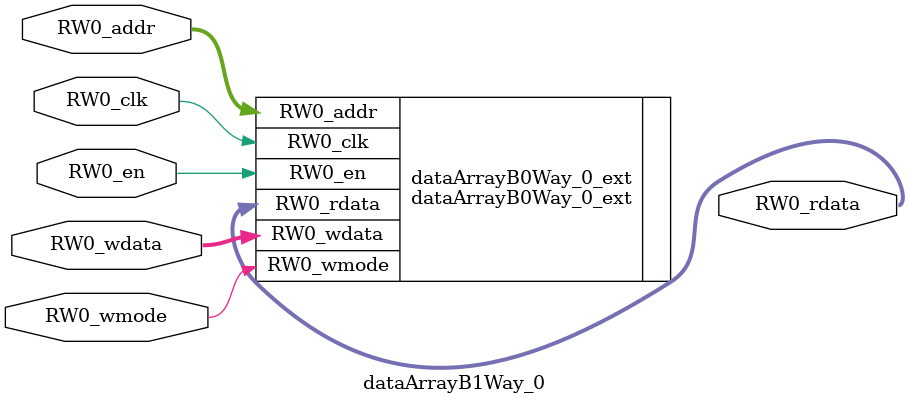
<source format=sv>
module dataArrayB1Way_0(	// @[generators/rocket-chip/src/main/scala/util/DescribedSRAM.scala:17:26]
  input  [7:0]  RW0_addr,
  input         RW0_en,
  input         RW0_clk,
  input         RW0_wmode,
  input  [63:0] RW0_wdata,
  output [63:0] RW0_rdata
);

  dataArrayB0Way_0_ext dataArrayB0Way_0_ext (	// @[generators/rocket-chip/src/main/scala/util/DescribedSRAM.scala:17:26]
    .RW0_addr  (RW0_addr),
    .RW0_en    (RW0_en),
    .RW0_clk   (RW0_clk),
    .RW0_wmode (RW0_wmode),
    .RW0_wdata (RW0_wdata),
    .RW0_rdata (RW0_rdata)
  );	// @[generators/rocket-chip/src/main/scala/util/DescribedSRAM.scala:17:26]
endmodule


</source>
